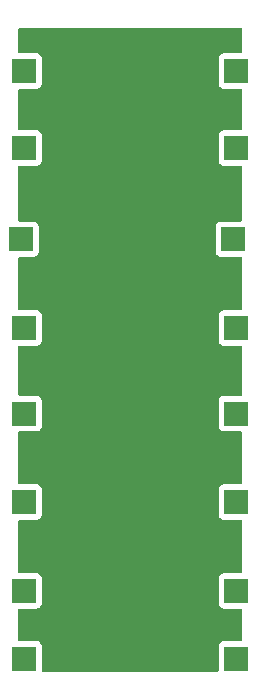
<source format=gbr>
%TF.GenerationSoftware,KiCad,Pcbnew,6.0.10-86aedd382b~118~ubuntu22.04.1*%
%TF.CreationDate,2023-01-31T18:19:09-07:00*%
%TF.ProjectId,scaarix_flow_bridge,73636161-7269-4785-9f66-6c6f775f6272,v1.0.0*%
%TF.SameCoordinates,Original*%
%TF.FileFunction,Copper,L2,Bot*%
%TF.FilePolarity,Positive*%
%FSLAX46Y46*%
G04 Gerber Fmt 4.6, Leading zero omitted, Abs format (unit mm)*
G04 Created by KiCad (PCBNEW 6.0.10-86aedd382b~118~ubuntu22.04.1) date 2023-01-31 18:19:09*
%MOMM*%
%LPD*%
G01*
G04 APERTURE LIST*
%TA.AperFunction,ComponentPad*%
%ADD10R,2.000000X2.000000*%
%TD*%
G04 APERTURE END LIST*
D10*
%TO.P,J3,1,Pin_1*%
%TO.N,P10*%
X293800000Y-78050000D03*
%TO.P,J3,2,Pin_2*%
%TO.N,P16*%
X293800000Y-84550000D03*
%TO.P,J3,3,Pin_3*%
%TO.N,P18*%
X293550000Y-92300000D03*
%TO.P,J3,4,Pin_4*%
%TO.N,P19*%
X293800000Y-99800000D03*
%TO.P,J3,5,Pin_5*%
%TO.N,VCC*%
X293800000Y-107050000D03*
%TO.P,J3,6,Pin_6*%
%TO.N,D1*%
X293800000Y-114550000D03*
%TO.P,J3,7,Pin_6*%
%TO.N,P1*%
X293800000Y-122050000D03*
%TO.P,J3,8,Pin_6*%
%TO.N,GND*%
X293800000Y-127800000D03*
%TD*%
%TO.P,J4,1,Pin_1*%
%TO.N,P10*%
X311800000Y-78050000D03*
%TO.P,J4,2,Pin_2*%
%TO.N,P16*%
X311800000Y-84550000D03*
%TO.P,J4,3,Pin_3*%
%TO.N,P18*%
X311550000Y-92300000D03*
%TO.P,J4,4,Pin_4*%
%TO.N,P19*%
X311800000Y-99800000D03*
%TO.P,J4,5,Pin_5*%
%TO.N,VCC*%
X311800000Y-107050000D03*
%TO.P,J4,6,Pin_6*%
%TO.N,D1*%
X311800000Y-114550000D03*
%TO.P,J4,7*%
%TO.N,P1*%
X311800000Y-122050000D03*
%TO.P,J4,8*%
%TO.N,GND*%
X311800000Y-127800000D03*
%TD*%
%TA.AperFunction,NonConductor*%
G36*
X312233621Y-74428502D02*
G01*
X312280114Y-74482158D01*
X312291500Y-74534500D01*
X312291500Y-76415500D01*
X312271498Y-76483621D01*
X312217842Y-76530114D01*
X312165500Y-76541500D01*
X310751866Y-76541500D01*
X310689684Y-76548255D01*
X310553295Y-76599385D01*
X310436739Y-76686739D01*
X310349385Y-76803295D01*
X310298255Y-76939684D01*
X310291500Y-77001866D01*
X310291500Y-79098134D01*
X310298255Y-79160316D01*
X310349385Y-79296705D01*
X310436739Y-79413261D01*
X310553295Y-79500615D01*
X310689684Y-79551745D01*
X310751866Y-79558500D01*
X312165500Y-79558500D01*
X312233621Y-79578502D01*
X312280114Y-79632158D01*
X312291500Y-79684500D01*
X312291500Y-82915500D01*
X312271498Y-82983621D01*
X312217842Y-83030114D01*
X312165500Y-83041500D01*
X310751866Y-83041500D01*
X310689684Y-83048255D01*
X310553295Y-83099385D01*
X310436739Y-83186739D01*
X310349385Y-83303295D01*
X310298255Y-83439684D01*
X310291500Y-83501866D01*
X310291500Y-85598134D01*
X310298255Y-85660316D01*
X310349385Y-85796705D01*
X310436739Y-85913261D01*
X310553295Y-86000615D01*
X310689684Y-86051745D01*
X310751866Y-86058500D01*
X312165500Y-86058500D01*
X312233621Y-86078502D01*
X312280114Y-86132158D01*
X312291500Y-86184500D01*
X312291500Y-90665500D01*
X312271498Y-90733621D01*
X312217842Y-90780114D01*
X312165500Y-90791500D01*
X310501866Y-90791500D01*
X310439684Y-90798255D01*
X310303295Y-90849385D01*
X310186739Y-90936739D01*
X310099385Y-91053295D01*
X310048255Y-91189684D01*
X310041500Y-91251866D01*
X310041500Y-93348134D01*
X310048255Y-93410316D01*
X310099385Y-93546705D01*
X310186739Y-93663261D01*
X310303295Y-93750615D01*
X310439684Y-93801745D01*
X310501866Y-93808500D01*
X312165500Y-93808500D01*
X312233621Y-93828502D01*
X312280114Y-93882158D01*
X312291500Y-93934500D01*
X312291500Y-98165500D01*
X312271498Y-98233621D01*
X312217842Y-98280114D01*
X312165500Y-98291500D01*
X310751866Y-98291500D01*
X310689684Y-98298255D01*
X310553295Y-98349385D01*
X310436739Y-98436739D01*
X310349385Y-98553295D01*
X310298255Y-98689684D01*
X310291500Y-98751866D01*
X310291500Y-100848134D01*
X310298255Y-100910316D01*
X310349385Y-101046705D01*
X310436739Y-101163261D01*
X310553295Y-101250615D01*
X310689684Y-101301745D01*
X310751866Y-101308500D01*
X312165500Y-101308500D01*
X312233621Y-101328502D01*
X312280114Y-101382158D01*
X312291500Y-101434500D01*
X312291500Y-105415500D01*
X312271498Y-105483621D01*
X312217842Y-105530114D01*
X312165500Y-105541500D01*
X310751866Y-105541500D01*
X310689684Y-105548255D01*
X310553295Y-105599385D01*
X310436739Y-105686739D01*
X310349385Y-105803295D01*
X310298255Y-105939684D01*
X310291500Y-106001866D01*
X310291500Y-108098134D01*
X310298255Y-108160316D01*
X310349385Y-108296705D01*
X310436739Y-108413261D01*
X310553295Y-108500615D01*
X310689684Y-108551745D01*
X310751866Y-108558500D01*
X312165500Y-108558500D01*
X312233621Y-108578502D01*
X312280114Y-108632158D01*
X312291500Y-108684500D01*
X312291500Y-112915500D01*
X312271498Y-112983621D01*
X312217842Y-113030114D01*
X312165500Y-113041500D01*
X310751866Y-113041500D01*
X310689684Y-113048255D01*
X310553295Y-113099385D01*
X310436739Y-113186739D01*
X310349385Y-113303295D01*
X310298255Y-113439684D01*
X310291500Y-113501866D01*
X310291500Y-115598134D01*
X310298255Y-115660316D01*
X310349385Y-115796705D01*
X310436739Y-115913261D01*
X310553295Y-116000615D01*
X310689684Y-116051745D01*
X310751866Y-116058500D01*
X312165500Y-116058500D01*
X312233621Y-116078502D01*
X312280114Y-116132158D01*
X312291500Y-116184500D01*
X312291500Y-120415500D01*
X312271498Y-120483621D01*
X312217842Y-120530114D01*
X312165500Y-120541500D01*
X310751866Y-120541500D01*
X310689684Y-120548255D01*
X310553295Y-120599385D01*
X310436739Y-120686739D01*
X310349385Y-120803295D01*
X310298255Y-120939684D01*
X310291500Y-121001866D01*
X310291500Y-123098134D01*
X310298255Y-123160316D01*
X310349385Y-123296705D01*
X310436739Y-123413261D01*
X310553295Y-123500615D01*
X310689684Y-123551745D01*
X310751866Y-123558500D01*
X312165500Y-123558500D01*
X312233621Y-123578502D01*
X312280114Y-123632158D01*
X312291500Y-123684500D01*
X312291500Y-126165500D01*
X312271498Y-126233621D01*
X312217842Y-126280114D01*
X312165500Y-126291500D01*
X310751866Y-126291500D01*
X310689684Y-126298255D01*
X310553295Y-126349385D01*
X310436739Y-126436739D01*
X310349385Y-126553295D01*
X310298255Y-126689684D01*
X310291500Y-126751866D01*
X310291500Y-128765500D01*
X310271498Y-128833621D01*
X310217842Y-128880114D01*
X310165500Y-128891500D01*
X295434500Y-128891500D01*
X295366379Y-128871498D01*
X295319886Y-128817842D01*
X295308500Y-128765500D01*
X295308500Y-126751866D01*
X295301745Y-126689684D01*
X295250615Y-126553295D01*
X295163261Y-126436739D01*
X295046705Y-126349385D01*
X294910316Y-126298255D01*
X294848134Y-126291500D01*
X293434500Y-126291500D01*
X293366379Y-126271498D01*
X293319886Y-126217842D01*
X293308500Y-126165500D01*
X293308500Y-123684500D01*
X293328502Y-123616379D01*
X293382158Y-123569886D01*
X293434500Y-123558500D01*
X294848134Y-123558500D01*
X294910316Y-123551745D01*
X295046705Y-123500615D01*
X295163261Y-123413261D01*
X295250615Y-123296705D01*
X295301745Y-123160316D01*
X295308500Y-123098134D01*
X295308500Y-121001866D01*
X295301745Y-120939684D01*
X295250615Y-120803295D01*
X295163261Y-120686739D01*
X295046705Y-120599385D01*
X294910316Y-120548255D01*
X294848134Y-120541500D01*
X293434500Y-120541500D01*
X293366379Y-120521498D01*
X293319886Y-120467842D01*
X293308500Y-120415500D01*
X293308500Y-116184500D01*
X293328502Y-116116379D01*
X293382158Y-116069886D01*
X293434500Y-116058500D01*
X294848134Y-116058500D01*
X294910316Y-116051745D01*
X295046705Y-116000615D01*
X295163261Y-115913261D01*
X295250615Y-115796705D01*
X295301745Y-115660316D01*
X295308500Y-115598134D01*
X295308500Y-113501866D01*
X295301745Y-113439684D01*
X295250615Y-113303295D01*
X295163261Y-113186739D01*
X295046705Y-113099385D01*
X294910316Y-113048255D01*
X294848134Y-113041500D01*
X293434500Y-113041500D01*
X293366379Y-113021498D01*
X293319886Y-112967842D01*
X293308500Y-112915500D01*
X293308500Y-108684500D01*
X293328502Y-108616379D01*
X293382158Y-108569886D01*
X293434500Y-108558500D01*
X294848134Y-108558500D01*
X294910316Y-108551745D01*
X295046705Y-108500615D01*
X295163261Y-108413261D01*
X295250615Y-108296705D01*
X295301745Y-108160316D01*
X295308500Y-108098134D01*
X295308500Y-106001866D01*
X295301745Y-105939684D01*
X295250615Y-105803295D01*
X295163261Y-105686739D01*
X295046705Y-105599385D01*
X294910316Y-105548255D01*
X294848134Y-105541500D01*
X293434500Y-105541500D01*
X293366379Y-105521498D01*
X293319886Y-105467842D01*
X293308500Y-105415500D01*
X293308500Y-101434500D01*
X293328502Y-101366379D01*
X293382158Y-101319886D01*
X293434500Y-101308500D01*
X294848134Y-101308500D01*
X294910316Y-101301745D01*
X295046705Y-101250615D01*
X295163261Y-101163261D01*
X295250615Y-101046705D01*
X295301745Y-100910316D01*
X295308500Y-100848134D01*
X295308500Y-98751866D01*
X295301745Y-98689684D01*
X295250615Y-98553295D01*
X295163261Y-98436739D01*
X295046705Y-98349385D01*
X294910316Y-98298255D01*
X294848134Y-98291500D01*
X293434500Y-98291500D01*
X293366379Y-98271498D01*
X293319886Y-98217842D01*
X293308500Y-98165500D01*
X293308500Y-93934500D01*
X293328502Y-93866379D01*
X293382158Y-93819886D01*
X293434500Y-93808500D01*
X294598134Y-93808500D01*
X294660316Y-93801745D01*
X294796705Y-93750615D01*
X294913261Y-93663261D01*
X295000615Y-93546705D01*
X295051745Y-93410316D01*
X295058500Y-93348134D01*
X295058500Y-91251866D01*
X295051745Y-91189684D01*
X295000615Y-91053295D01*
X294913261Y-90936739D01*
X294796705Y-90849385D01*
X294660316Y-90798255D01*
X294598134Y-90791500D01*
X293434500Y-90791500D01*
X293366379Y-90771498D01*
X293319886Y-90717842D01*
X293308500Y-90665500D01*
X293308500Y-86184500D01*
X293328502Y-86116379D01*
X293382158Y-86069886D01*
X293434500Y-86058500D01*
X294848134Y-86058500D01*
X294910316Y-86051745D01*
X295046705Y-86000615D01*
X295163261Y-85913261D01*
X295250615Y-85796705D01*
X295301745Y-85660316D01*
X295308500Y-85598134D01*
X295308500Y-83501866D01*
X295301745Y-83439684D01*
X295250615Y-83303295D01*
X295163261Y-83186739D01*
X295046705Y-83099385D01*
X294910316Y-83048255D01*
X294848134Y-83041500D01*
X293434500Y-83041500D01*
X293366379Y-83021498D01*
X293319886Y-82967842D01*
X293308500Y-82915500D01*
X293308500Y-79684500D01*
X293328502Y-79616379D01*
X293382158Y-79569886D01*
X293434500Y-79558500D01*
X294848134Y-79558500D01*
X294910316Y-79551745D01*
X295046705Y-79500615D01*
X295163261Y-79413261D01*
X295250615Y-79296705D01*
X295301745Y-79160316D01*
X295308500Y-79098134D01*
X295308500Y-77001866D01*
X295301745Y-76939684D01*
X295250615Y-76803295D01*
X295163261Y-76686739D01*
X295046705Y-76599385D01*
X294910316Y-76548255D01*
X294848134Y-76541500D01*
X293434500Y-76541500D01*
X293366379Y-76521498D01*
X293319886Y-76467842D01*
X293308500Y-76415500D01*
X293308500Y-74534500D01*
X293328502Y-74466379D01*
X293382158Y-74419886D01*
X293434500Y-74408500D01*
X312165500Y-74408500D01*
X312233621Y-74428502D01*
G37*
%TD.AperFunction*%
M02*

</source>
